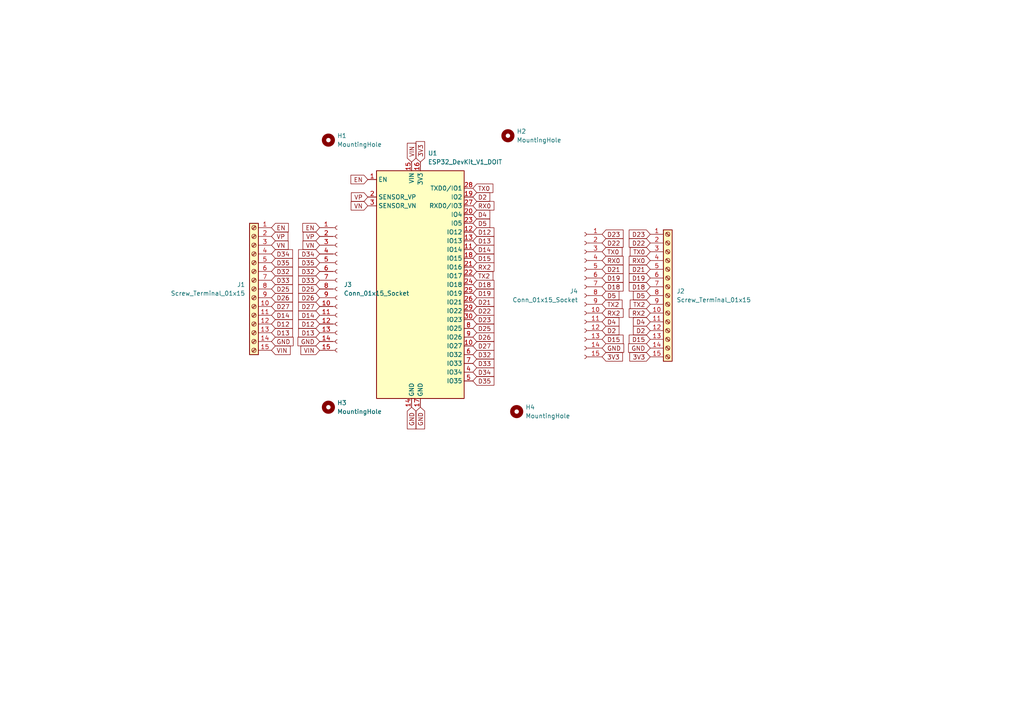
<source format=kicad_sch>
(kicad_sch (version 20230121) (generator eeschema)
  (paper "A4")
  (lib_symbols
    (symbol "Connector:Conn_01x15_Socket" (pin_names (offset 1.016) hide)
      (property "Reference" "J" (at 0 20.32 0))
      (property "Value" "Conn_01x15_Socket" (at 0 -20.32 0))
      (symbol "Conn_01x15_Socket_1_1"
        (arc (start 0 -17.272) (mid -0.5058 -17.78) (end 0 -18.288) (stroke (width 0.1524)))
        (arc (start 0 -14.732) (mid -0.5058 -15.24) (end 0 -15.748) (stroke (width 0.1524)))
        (arc (start 0 -12.192) (mid -0.5058 -12.7) (end 0 -13.208) (stroke (width 0.1524)))
        (arc (start 0 -9.652) (mid -0.5058 -10.16) (end 0 -10.668) (stroke (width 0.1524)))
        (arc (start 0 -7.112) (mid -0.5058 -7.62) (end 0 -8.128) (stroke (width 0.1524)))
        (arc (start 0 -4.572) (mid -0.5058 -5.08) (end 0 -5.588) (stroke (width 0.1524)))
        (arc (start 0 -2.032) (mid -0.5058 -2.54) (end 0 -3.048) (stroke (width 0.1524)))
        (polyline (pts (xy -1.27 -17.78) (xy -0.508 -17.78)) (stroke (width 0.1524)))
        (polyline (pts (xy -1.27 -15.24) (xy -0.508 -15.24)) (stroke (width 0.1524)))
        (polyline (pts (xy -1.27 -12.7) (xy -0.508 -12.7)) (stroke (width 0.1524)))
        (polyline (pts (xy -1.27 -10.16) (xy -0.508 -10.16)) (stroke (width 0.1524)))
        (polyline (pts (xy -1.27 -7.62) (xy -0.508 -7.62)) (stroke (width 0.1524)))
        (polyline (pts (xy -1.27 -5.08) (xy -0.508 -5.08)) (stroke (width 0.1524)))
        (polyline (pts (xy -1.27 -2.54) (xy -0.508 -2.54)) (stroke (width 0.1524)))
        (polyline (pts (xy -1.27 0) (xy -0.508 0)) (stroke (width 0.1524)))
        (polyline (pts (xy -1.27 2.54) (xy -0.508 2.54)) (stroke (width 0.1524)))
        (polyline (pts (xy -1.27 5.08) (xy -0.508 5.08)) (stroke (width 0.1524)))
        (polyline (pts (xy -1.27 7.62) (xy -0.508 7.62)) (stroke (width 0.1524)))
        (polyline (pts (xy -1.27 10.16) (xy -0.508 10.16)) (stroke (width 0.1524)))
        (polyline (pts (xy -1.27 12.7) (xy -0.508 12.7)) (stroke (width 0.1524)))
        (polyline (pts (xy -1.27 15.24) (xy -0.508 15.24)) (stroke (width 0.1524)))
        (polyline (pts (xy -1.27 17.78) (xy -0.508 17.78)) (stroke (width 0.1524)))
        (arc (start 0 0.508) (mid -0.5058 0) (end 0 -0.508) (stroke (width 0.1524)))
        (arc (start 0 3.048) (mid -0.5058 2.54) (end 0 2.032) (stroke (width 0.1524)))
        (arc (start 0 5.588) (mid -0.5058 5.08) (end 0 4.572) (stroke (width 0.1524)))
        (arc (start 0 8.128) (mid -0.5058 7.62) (end 0 7.112) (stroke (width 0.1524)))
        (arc (start 0 10.668) (mid -0.5058 10.16) (end 0 9.652) (stroke (width 0.1524)))
        (arc (start 0 13.208) (mid -0.5058 12.7) (end 0 12.192) (stroke (width 0.1524)))
        (arc (start 0 15.748) (mid -0.5058 15.24) (end 0 14.732) (stroke (width 0.1524)))
        (arc (start 0 18.288) (mid -0.5058 17.78) (end 0 17.272) (stroke (width 0.1524)))
        (pin passive line (at -5.08 17.78 0) (length 3.81) (name "Pin_1") (number "1"))
        (pin passive line (at -5.08 -5.08 0) (length 3.81) (name "Pin_10") (number "10"))
        (pin passive line (at -5.08 -7.62 0) (length 3.81) (name "Pin_11") (number "11"))
        (pin passive line (at -5.08 -10.16 0) (length 3.81) (name "Pin_12") (number "12"))
        (pin passive line (at -5.08 -12.7 0) (length 3.81) (name "Pin_13") (number "13"))
        (pin passive line (at -5.08 -15.24 0) (length 3.81) (name "Pin_14") (number "14"))
        (pin passive line (at -5.08 -17.78 0) (length 3.81) (name "Pin_15") (number "15"))
        (pin passive line (at -5.08 15.24 0) (length 3.81) (name "Pin_2") (number "2"))
        (pin passive line (at -5.08 12.7 0) (length 3.81) (name "Pin_3") (number "3"))
        (pin passive line (at -5.08 10.16 0) (length 3.81) (name "Pin_4") (number "4"))
        (pin passive line (at -5.08 7.62 0) (length 3.81) (name "Pin_5") (number "5"))
        (pin passive line (at -5.08 5.08 0) (length 3.81) (name "Pin_6") (number "6"))
        (pin passive line (at -5.08 2.54 0) (length 3.81) (name "Pin_7") (number "7"))
        (pin passive line (at -5.08 0 0) (length 3.81) (name "Pin_8") (number "8"))
        (pin passive line (at -5.08 -2.54 0) (length 3.81) (name "Pin_9") (number "9"))
      )
    )
    (symbol "Connector:Screw_Terminal_01x15" (pin_names (offset 1.016) hide)
      (property "Reference" "J" (at 0 20.32 0))
      (property "Value" "Screw_Terminal_01x15" (at 0 -20.32 0))
      (symbol "Screw_Terminal_01x15_1_1"
        (rectangle (start -1.27 19.05) (end 1.27 -19.05) (stroke (width 0.254)) (fill (type background)))
        (circle (center 0 -17.78) (radius 0.635) (stroke (width 0.1524)))
        (circle (center 0 -15.24) (radius 0.635) (stroke (width 0.1524)))
        (circle (center 0 -12.7) (radius 0.635) (stroke (width 0.1524)))
        (circle (center 0 -10.16) (radius 0.635) (stroke (width 0.1524)))
        (circle (center 0 -7.62) (radius 0.635) (stroke (width 0.1524)))
        (circle (center 0 -5.08) (radius 0.635) (stroke (width 0.1524)))
        (circle (center 0 -2.54) (radius 0.635) (stroke (width 0.1524)))
        (polyline (pts (xy -0.5334 -17.4498) (xy 0.3302 -18.288)) (stroke (width 0.1524)))
        (polyline (pts (xy -0.5334 -14.9098) (xy 0.3302 -15.748)) (stroke (width 0.1524)))
        (polyline (pts (xy -0.5334 -12.3698) (xy 0.3302 -13.208)) (stroke (width 0.1524)))
        (polyline (pts (xy -0.5334 -9.8298) (xy 0.3302 -10.668)) (stroke (width 0.1524)))
        (polyline (pts (xy -0.5334 -7.2898) (xy 0.3302 -8.128)) (stroke (width 0.1524)))
        (polyline (pts (xy -0.5334 -4.7498) (xy 0.3302 -5.588)) (stroke (width 0.1524)))
        (polyline (pts (xy -0.5334 -2.2098) (xy 0.3302 -3.048)) (stroke (width 0.1524)))
        (polyline (pts (xy -0.5334 0.3302) (xy 0.3302 -0.508)) (stroke (width 0.1524)))
        (polyline (pts (xy -0.5334 2.8702) (xy 0.3302 2.032)) (stroke (width 0.1524)))
        (polyline (pts (xy -0.5334 5.4102) (xy 0.3302 4.572)) (stroke (width 0.1524)))
        (polyline (pts (xy -0.5334 7.9502) (xy 0.3302 7.112)) (stroke (width 0.1524)))
        (polyline (pts (xy -0.5334 10.4902) (xy 0.3302 9.652)) (stroke (width 0.1524)))
        (polyline (pts (xy -0.5334 13.0302) (xy 0.3302 12.192)) (stroke (width 0.1524)))
        (polyline (pts (xy -0.5334 15.5702) (xy 0.3302 14.732)) (stroke (width 0.1524)))
        (polyline (pts (xy -0.5334 18.1102) (xy 0.3302 17.272)) (stroke (width 0.1524)))
        (polyline (pts (xy -0.3556 -17.272) (xy 0.508 -18.1102)) (stroke (width 0.1524)))
        (polyline (pts (xy -0.3556 -14.732) (xy 0.508 -15.5702)) (stroke (width 0.1524)))
        (polyline (pts (xy -0.3556 -12.192) (xy 0.508 -13.0302)) (stroke (width 0.1524)))
        (polyline (pts (xy -0.3556 -9.652) (xy 0.508 -10.4902)) (stroke (width 0.1524)))
        (polyline (pts (xy -0.3556 -7.112) (xy 0.508 -7.9502)) (stroke (width 0.1524)))
        (polyline (pts (xy -0.3556 -4.572) (xy 0.508 -5.4102)) (stroke (width 0.1524)))
        (polyline (pts (xy -0.3556 -2.032) (xy 0.508 -2.8702)) (stroke (width 0.1524)))
        (polyline (pts (xy -0.3556 0.508) (xy 0.508 -0.3302)) (stroke (width 0.1524)))
        (polyline (pts (xy -0.3556 3.048) (xy 0.508 2.2098)) (stroke (width 0.1524)))
        (polyline (pts (xy -0.3556 5.588) (xy 0.508 4.7498)) (stroke (width 0.1524)))
        (polyline (pts (xy -0.3556 8.128) (xy 0.508 7.2898)) (stroke (width 0.1524)))
        (polyline (pts (xy -0.3556 10.668) (xy 0.508 9.8298)) (stroke (width 0.1524)))
        (polyline (pts (xy -0.3556 13.208) (xy 0.508 12.3698)) (stroke (width 0.1524)))
        (polyline (pts (xy -0.3556 15.748) (xy 0.508 14.9098)) (stroke (width 0.1524)))
        (polyline (pts (xy -0.3556 18.288) (xy 0.508 17.4498)) (stroke (width 0.1524)))
        (circle (center 0 0) (radius 0.635) (stroke (width 0.1524)))
        (circle (center 0 2.54) (radius 0.635) (stroke (width 0.1524)))
        (circle (center 0 5.08) (radius 0.635) (stroke (width 0.1524)))
        (circle (center 0 7.62) (radius 0.635) (stroke (width 0.1524)))
        (circle (center 0 10.16) (radius 0.635) (stroke (width 0.1524)))
        (circle (center 0 12.7) (radius 0.635) (stroke (width 0.1524)))
        (circle (center 0 15.24) (radius 0.635) (stroke (width 0.1524)))
        (circle (center 0 17.78) (radius 0.635) (stroke (width 0.1524)))
        (pin passive line (at -5.08 17.78 0) (length 3.81) (name "Pin_1") (number "1"))
        (pin passive line (at -5.08 -5.08 0) (length 3.81) (name "Pin_10") (number "10"))
        (pin passive line (at -5.08 -7.62 0) (length 3.81) (name "Pin_11") (number "11"))
        (pin passive line (at -5.08 -10.16 0) (length 3.81) (name "Pin_12") (number "12"))
        (pin passive line (at -5.08 -12.7 0) (length 3.81) (name "Pin_13") (number "13"))
        (pin passive line (at -5.08 -15.24 0) (length 3.81) (name "Pin_14") (number "14"))
        (pin passive line (at -5.08 -17.78 0) (length 3.81) (name "Pin_15") (number "15"))
        (pin passive line (at -5.08 15.24 0) (length 3.81) (name "Pin_2") (number "2"))
        (pin passive line (at -5.08 12.7 0) (length 3.81) (name "Pin_3") (number "3"))
        (pin passive line (at -5.08 10.16 0) (length 3.81) (name "Pin_4") (number "4"))
        (pin passive line (at -5.08 7.62 0) (length 3.81) (name "Pin_5") (number "5"))
        (pin passive line (at -5.08 5.08 0) (length 3.81) (name "Pin_6") (number "6"))
        (pin passive line (at -5.08 2.54 0) (length 3.81) (name "Pin_7") (number "7"))
        (pin passive line (at -5.08 0 0) (length 3.81) (name "Pin_8") (number "8"))
        (pin passive line (at -5.08 -2.54 0) (length 3.81) (name "Pin_9") (number "9"))
      )
    )
    (symbol "Mechanical:MountingHole" (pin_names (offset 1.016))
      (property "Reference" "H" (at 0 5.08 0))
      (property "Value" "MountingHole" (at 0 3.175 0))
      (symbol "MountingHole_0_1"
        (circle (center 0 0) (radius 1.27) (stroke (width 1.27)))
      )
    )
    (symbol "esp32_devkit_v1_doit:ESP32_DevKit_V1_DOIT"
      (property "Reference" "U" (at -11.43 34.29 0))
      (property "Value" "ESP32_DevKit_V1_DOIT" (at 11.43 34.29 0))
      (symbol "ESP32_DevKit_V1_DOIT_1_1"
        (rectangle (start -12.7 33.02) (end 12.7 -33.02) (stroke (width 0.254)) (fill (type background)))
        (pin input line (at -15.24 30.48 0) (length 2.54) (name "EN") (number "1"))
        (pin bidirectional line (at 15.24 -17.78 180) (length 2.54) (name "IO27") (number "10"))
        (pin bidirectional line (at 15.24 10.16 180) (length 2.54) (name "IO14") (number "11"))
        (pin bidirectional line (at 15.24 15.24 180) (length 2.54) (name "IO12") (number "12"))
        (pin bidirectional line (at 15.24 12.7 180) (length 2.54) (name "IO13") (number "13"))
        (pin power_in line (at -2.54 -35.56 90) (length 2.54) (name "GND") (number "14"))
        (pin power_in line (at -2.54 35.56 270) (length 2.54) (name "VIN") (number "15"))
        (pin power_in line (at 0 35.56 270) (length 2.54) (name "3V3") (number "16"))
        (pin power_in line (at 0 -35.56 90) (length 2.54) (name "GND") (number "17"))
        (pin bidirectional line (at 15.24 7.62 180) (length 2.54) (name "IO15") (number "18"))
        (pin bidirectional line (at 15.24 25.4 180) (length 2.54) (name "IO2") (number "19"))
        (pin input line (at -15.24 25.4 0) (length 2.54) (name "SENSOR_VP") (number "2"))
        (pin bidirectional line (at 15.24 20.32 180) (length 2.54) (name "IO4") (number "20"))
        (pin bidirectional line (at 15.24 5.08 180) (length 2.54) (name "IO16") (number "21"))
        (pin bidirectional line (at 15.24 2.54 180) (length 2.54) (name "IO17") (number "22"))
        (pin bidirectional line (at 15.24 17.78 180) (length 2.54) (name "IO5") (number "23"))
        (pin bidirectional line (at 15.24 0 180) (length 2.54) (name "IO18") (number "24"))
        (pin bidirectional line (at 15.24 -2.54 180) (length 2.54) (name "IO19") (number "25"))
        (pin bidirectional line (at 15.24 -5.08 180) (length 2.54) (name "IO21") (number "26"))
        (pin bidirectional line (at 15.24 22.86 180) (length 2.54) (name "RXD0/IO3") (number "27"))
        (pin bidirectional line (at 15.24 27.94 180) (length 2.54) (name "TXD0/IO1") (number "28"))
        (pin bidirectional line (at 15.24 -7.62 180) (length 2.54) (name "IO22") (number "29"))
        (pin input line (at -15.24 22.86 0) (length 2.54) (name "SENSOR_VN") (number "3"))
        (pin bidirectional line (at 15.24 -10.16 180) (length 2.54) (name "IO23") (number "30"))
        (pin input line (at 15.24 -25.4 180) (length 2.54) (name "IO34") (number "4"))
        (pin input line (at 15.24 -27.94 180) (length 2.54) (name "IO35") (number "5"))
        (pin bidirectional line (at 15.24 -20.32 180) (length 2.54) (name "IO32") (number "6"))
        (pin bidirectional line (at 15.24 -22.86 180) (length 2.54) (name "IO33") (number "7"))
        (pin bidirectional line (at 15.24 -12.7 180) (length 2.54) (name "IO25") (number "8"))
        (pin bidirectional line (at 15.24 -15.24 180) (length 2.54) (name "IO26") (number "9"))
      )
    )
  )
  (global_label "D23" (shape input) (at 188.595 67.945 180) (property "Intersheetrefs" "${INTERSHEET_REFS}" (effects hide)))
  (global_label "TX2" (shape input) (at 188.595 88.265 180) (property "Intersheetrefs" "${INTERSHEET_REFS}" (effects hide)))
  (global_label "TX2" (shape input) (at 137.16 80.01 0) (property "Intersheetrefs" "${INTERSHEET_REFS}" (effects hide)))
  (global_label "D33" (shape input) (at 92.71 81.28 180) (property "Intersheetrefs" "${INTERSHEET_REFS}" (effects hide)))
  (global_label "D22" (shape input) (at 188.595 70.485 180) (property "Intersheetrefs" "${INTERSHEET_REFS}" (effects hide)))
  (global_label "GND" (shape input) (at 188.595 100.965 180) (property "Intersheetrefs" "${INTERSHEET_REFS}" (effects hide)))
  (global_label "D35" (shape input) (at 78.74 76.2 0) (property "Intersheetrefs" "${INTERSHEET_REFS}" (effects hide)))
  (global_label "D2" (shape input) (at 174.625 95.885 0) (property "Intersheetrefs" "${INTERSHEET_REFS}" (effects hide)))
  (global_label "TX0" (shape input) (at 137.16 54.61 0) (property "Intersheetrefs" "${INTERSHEET_REFS}" (effects hide)))
  (global_label "VN" (shape input) (at 92.71 71.12 180) (property "Intersheetrefs" "${INTERSHEET_REFS}" (effects hide)))
  (global_label "D26" (shape input) (at 137.16 97.79 0) (property "Intersheetrefs" "${INTERSHEET_REFS}" (effects hide)))
  (global_label "D12" (shape input) (at 92.71 93.98 180) (property "Intersheetrefs" "${INTERSHEET_REFS}" (effects hide)))
  (global_label "D21" (shape input) (at 137.16 87.63 0) (property "Intersheetrefs" "${INTERSHEET_REFS}" (effects hide)))
  (global_label "GND" (shape input) (at 121.92 118.11 270) (property "Intersheetrefs" "${INTERSHEET_REFS}" (effects hide)))
  (global_label "D15" (shape input) (at 137.16 74.93 0) (property "Intersheetrefs" "${INTERSHEET_REFS}" (effects hide)))
  (global_label "GND" (shape input) (at 119.38 118.11 270) (property "Intersheetrefs" "${INTERSHEET_REFS}" (effects hide)))
  (global_label "RX2" (shape input) (at 174.625 90.805 0) (property "Intersheetrefs" "${INTERSHEET_REFS}" (effects hide)))
  (global_label "D34" (shape input) (at 137.16 107.95 0) (property "Intersheetrefs" "${INTERSHEET_REFS}" (effects hide)))
  (global_label "D34" (shape input) (at 92.71 73.66 180) (property "Intersheetrefs" "${INTERSHEET_REFS}" (effects hide)))
  (global_label "D12" (shape input) (at 137.16 67.31 0) (property "Intersheetrefs" "${INTERSHEET_REFS}" (effects hide)))
  (global_label "D14" (shape input) (at 78.74 91.44 0) (property "Intersheetrefs" "${INTERSHEET_REFS}" (effects hide)))
  (global_label "GND" (shape input) (at 78.74 99.06 0) (property "Intersheetrefs" "${INTERSHEET_REFS}" (effects hide)))
  (global_label "D13" (shape input) (at 137.16 69.85 0) (property "Intersheetrefs" "${INTERSHEET_REFS}" (effects hide)))
  (global_label "RX0" (shape input) (at 188.595 75.565 180) (property "Intersheetrefs" "${INTERSHEET_REFS}" (effects hide)))
  (global_label "TX0" (shape input) (at 174.625 73.025 0) (property "Intersheetrefs" "${INTERSHEET_REFS}" (effects hide)))
  (global_label "D19" (shape input) (at 188.595 80.645 180) (property "Intersheetrefs" "${INTERSHEET_REFS}" (effects hide)))
  (global_label "D27" (shape input) (at 92.71 88.9 180) (property "Intersheetrefs" "${INTERSHEET_REFS}" (effects hide)))
  (global_label "D33" (shape input) (at 78.74 81.28 0) (property "Intersheetrefs" "${INTERSHEET_REFS}" (effects hide)))
  (global_label "VN" (shape input) (at 78.74 71.12 0) (property "Intersheetrefs" "${INTERSHEET_REFS}" (effects hide)))
  (global_label "TX0" (shape input) (at 188.595 73.025 180) (property "Intersheetrefs" "${INTERSHEET_REFS}" (effects hide)))
  (global_label "D32" (shape input) (at 78.74 78.74 0) (property "Intersheetrefs" "${INTERSHEET_REFS}" (effects hide)))
  (global_label "D4" (shape input) (at 188.595 93.345 180) (property "Intersheetrefs" "${INTERSHEET_REFS}" (effects hide)))
  (global_label "D5" (shape input) (at 188.595 85.725 180) (property "Intersheetrefs" "${INTERSHEET_REFS}" (effects hide)))
  (global_label "D22" (shape input) (at 137.16 90.17 0) (property "Intersheetrefs" "${INTERSHEET_REFS}" (effects hide)))
  (global_label "EN" (shape input) (at 78.74 66.04 0) (property "Intersheetrefs" "${INTERSHEET_REFS}" (effects hide)))
  (global_label "D4" (shape input) (at 137.16 62.23 0) (property "Intersheetrefs" "${INTERSHEET_REFS}" (effects hide)))
  (global_label "D26" (shape input) (at 78.74 86.36 0) (property "Intersheetrefs" "${INTERSHEET_REFS}" (effects hide)))
  (global_label "VIN" (shape input) (at 92.71 101.6 180) (property "Intersheetrefs" "${INTERSHEET_REFS}" (effects hide)))
  (global_label "D18" (shape input) (at 137.16 82.55 0) (property "Intersheetrefs" "${INTERSHEET_REFS}" (effects hide)))
  (global_label "3V3" (shape input) (at 188.595 103.505 180) (property "Intersheetrefs" "${INTERSHEET_REFS}" (effects hide)))
  (global_label "D19" (shape input) (at 174.625 80.645 0) (property "Intersheetrefs" "${INTERSHEET_REFS}" (effects hide)))
  (global_label "D5" (shape input) (at 174.625 85.725 0) (property "Intersheetrefs" "${INTERSHEET_REFS}" (effects hide)))
  (global_label "D12" (shape input) (at 78.74 93.98 0) (property "Intersheetrefs" "${INTERSHEET_REFS}" (effects hide)))
  (global_label "VIN" (shape input) (at 119.38 46.99 90) (property "Intersheetrefs" "${INTERSHEET_REFS}" (effects hide)))
  (global_label "RX0" (shape input) (at 174.625 75.565 0) (property "Intersheetrefs" "${INTERSHEET_REFS}" (effects hide)))
  (global_label "D25" (shape input) (at 78.74 83.82 0) (property "Intersheetrefs" "${INTERSHEET_REFS}" (effects hide)))
  (global_label "D15" (shape input) (at 174.625 98.425 0) (property "Intersheetrefs" "${INTERSHEET_REFS}" (effects hide)))
  (global_label "D27" (shape input) (at 137.16 100.33 0) (property "Intersheetrefs" "${INTERSHEET_REFS}" (effects hide)))
  (global_label "D18" (shape input) (at 174.625 83.185 0) (property "Intersheetrefs" "${INTERSHEET_REFS}" (effects hide)))
  (global_label "D23" (shape input) (at 174.625 67.945 0) (property "Intersheetrefs" "${INTERSHEET_REFS}" (effects hide)))
  (global_label "D22" (shape input) (at 174.625 70.485 0) (property "Intersheetrefs" "${INTERSHEET_REFS}" (effects hide)))
  (global_label "D5" (shape input) (at 137.16 64.77 0) (property "Intersheetrefs" "${INTERSHEET_REFS}" (effects hide)))
  (global_label "GND" (shape input) (at 92.71 99.06 180) (property "Intersheetrefs" "${INTERSHEET_REFS}" (effects hide)))
  (global_label "D33" (shape input) (at 137.16 105.41 0) (property "Intersheetrefs" "${INTERSHEET_REFS}" (effects hide)))
  (global_label "D2" (shape input) (at 188.595 95.885 180) (property "Intersheetrefs" "${INTERSHEET_REFS}" (effects hide)))
  (global_label "VP" (shape input) (at 92.71 68.58 180) (property "Intersheetrefs" "${INTERSHEET_REFS}" (effects hide)))
  (global_label "D26" (shape input) (at 92.71 86.36 180) (property "Intersheetrefs" "${INTERSHEET_REFS}" (effects hide)))
  (global_label "D21" (shape input) (at 188.595 78.105 180) (property "Intersheetrefs" "${INTERSHEET_REFS}" (effects hide)))
  (global_label "D18" (shape input) (at 188.595 83.185 180) (property "Intersheetrefs" "${INTERSHEET_REFS}" (effects hide)))
  (global_label "RX2" (shape input) (at 188.595 90.805 180) (property "Intersheetrefs" "${INTERSHEET_REFS}" (effects hide)))
  (global_label "D34" (shape input) (at 78.74 73.66 0) (property "Intersheetrefs" "${INTERSHEET_REFS}" (effects hide)))
  (global_label "D14" (shape input) (at 137.16 72.39 0) (property "Intersheetrefs" "${INTERSHEET_REFS}" (effects hide)))
  (global_label "TX2" (shape input) (at 174.625 88.265 0) (property "Intersheetrefs" "${INTERSHEET_REFS}" (effects hide)))
  (global_label "D25" (shape input) (at 92.71 83.82 180) (property "Intersheetrefs" "${INTERSHEET_REFS}" (effects hide)))
  (global_label "VP" (shape input) (at 78.74 68.58 0) (property "Intersheetrefs" "${INTERSHEET_REFS}" (effects hide)))
  (global_label "D32" (shape input) (at 92.71 78.74 180) (property "Intersheetrefs" "${INTERSHEET_REFS}" (effects hide)))
  (global_label "VP" (shape input) (at 106.68 57.15 180) (property "Intersheetrefs" "${INTERSHEET_REFS}" (effects hide)))
  (global_label "D25" (shape input) (at 137.16 95.25 0) (property "Intersheetrefs" "${INTERSHEET_REFS}" (effects hide)))
  (global_label "D4" (shape input) (at 174.625 93.345 0) (property "Intersheetrefs" "${INTERSHEET_REFS}" (effects hide)))
  (global_label "RX0" (shape input) (at 137.16 59.69 0) (property "Intersheetrefs" "${INTERSHEET_REFS}" (effects hide)))
  (global_label "D13" (shape input) (at 92.71 96.52 180) (property "Intersheetrefs" "${INTERSHEET_REFS}" (effects hide)))
  (global_label "D14" (shape input) (at 92.71 91.44 180) (property "Intersheetrefs" "${INTERSHEET_REFS}" (effects hide)))
  (global_label "D27" (shape input) (at 78.74 88.9 0) (property "Intersheetrefs" "${INTERSHEET_REFS}" (effects hide)))
  (global_label "GND" (shape input) (at 174.625 100.965 0) (property "Intersheetrefs" "${INTERSHEET_REFS}" (effects hide)))
  (global_label "VN" (shape input) (at 106.68 59.69 180) (property "Intersheetrefs" "${INTERSHEET_REFS}" (effects hide)))
  (global_label "D35" (shape input) (at 92.71 76.2 180) (property "Intersheetrefs" "${INTERSHEET_REFS}" (effects hide)))
  (global_label "3V3" (shape input) (at 174.625 103.505 0) (property "Intersheetrefs" "${INTERSHEET_REFS}" (effects hide)))
  (global_label "3V3" (shape input) (at 121.92 46.99 90) (property "Intersheetrefs" "${INTERSHEET_REFS}" (effects hide)))
  (global_label "D15" (shape input) (at 188.595 98.425 180) (property "Intersheetrefs" "${INTERSHEET_REFS}" (effects hide)))
  (global_label "D32" (shape input) (at 137.16 102.87 0) (property "Intersheetrefs" "${INTERSHEET_REFS}" (effects hide)))
  (global_label "D19" (shape input) (at 137.16 85.09 0) (property "Intersheetrefs" "${INTERSHEET_REFS}" (effects hide)))
  (global_label "D23" (shape input) (at 137.16 92.71 0) (property "Intersheetrefs" "${INTERSHEET_REFS}" (effects hide)))
  (global_label "D2" (shape input) (at 137.16 57.15 0) (property "Intersheetrefs" "${INTERSHEET_REFS}" (effects hide)))
  (global_label "D21" (shape input) (at 174.625 78.105 0) (property "Intersheetrefs" "${INTERSHEET_REFS}" (effects hide)))
  (global_label "D13" (shape input) (at 78.74 96.52 0) (property "Intersheetrefs" "${INTERSHEET_REFS}" (effects hide)))
  (global_label "D35" (shape input) (at 137.16 110.49 0) (property "Intersheetrefs" "${INTERSHEET_REFS}" (effects hide)))
  (global_label "EN" (shape input) (at 106.68 52.07 180) (property "Intersheetrefs" "${INTERSHEET_REFS}" (effects hide)))
  (global_label "RX2" (shape input) (at 137.16 77.47 0) (property "Intersheetrefs" "${INTERSHEET_REFS}" (effects hide)))
  (global_label "VIN" (shape input) (at 78.74 101.6 0) (property "Intersheetrefs" "${INTERSHEET_REFS}" (effects hide)))
  (global_label "EN" (shape input) (at 92.71 66.04 180) (property "Intersheetrefs" "${INTERSHEET_REFS}" (effects hide)))
  (symbol (lib_id "Mechanical:MountingHole") (at 95.25 118.11 0) (unit 1)
    (property "Reference" "H3" (at 97.79 116.84 0) (effects (justify left)))
    (property "Value" "MountingHole" (at 97.79 119.38 0) (effects (justify left)))
    (property "Footprint" "MountingHole:MountingHole_3.2mm_M3_Pad_Via" (effects hide))
  )
  (symbol (lib_id "Connector:Conn_01x15_Socket") (at 169.545 85.725 0) (mirror y) (unit 1)
    (property "Reference" "J4" (at 167.64 84.455 0) (effects (justify left)))
    (property "Value" "Conn_01x15_Socket" (at 167.64 86.995 0) (effects (justify left)))
    (property "Footprint" "Connector_PinHeader_2.54mm:PinHeader_1x15_P2.54mm_Vertical" (effects hide))
  )
  (symbol (lib_id "Mechanical:MountingHole") (at 149.86 119.38 0) (unit 1)
    (property "Reference" "H4" (at 152.4 118.11 0) (effects (justify left)))
    (property "Value" "MountingHole" (at 152.4 120.65 0) (effects (justify left)))
    (property "Footprint" "MountingHole:MountingHole_3.2mm_M3_Pad_Via" (effects hide))
  )
  (symbol (lib_id "Connector:Conn_01x15_Socket") (at 97.79 83.82 0) (unit 1)
    (property "Reference" "J3" (at 99.695 82.55 0) (effects (justify left)))
    (property "Value" "Conn_01x15_Socket" (at 99.695 85.09 0) (effects (justify left)))
    (property "Footprint" "Connector_PinHeader_2.54mm:PinHeader_1x15_P2.54mm_Vertical" (effects hide))
  )
  (symbol (lib_id "Connector:Screw_Terminal_01x15") (at 73.66 83.82 0) (mirror y) (unit 1)
    (property "Reference" "J1" (at 71.12 82.55 0) (effects (justify left)))
    (property "Value" "Screw_Terminal_01x15" (at 71.12 85.09 0) (effects (justify left)))
    (property "Footprint" "TerminalBlock_4Ucon:TerminalBlock_4Ucon_1x15_P3.50mm_Horizontal" (effects hide))
  )
  (symbol (lib_id "Connector:Screw_Terminal_01x15") (at 193.675 85.725 0) (unit 1)
    (property "Reference" "J2" (at 196.215 84.455 0) (effects (justify left)))
    (property "Value" "Screw_Terminal_01x15" (at 196.215 86.995 0) (effects (justify left)))
    (property "Footprint" "TerminalBlock_4Ucon:TerminalBlock_4Ucon_1x15_P3.50mm_Horizontal" (effects hide))
  )
  (symbol (lib_id "esp32_devkit_v1_doit:ESP32_DevKit_V1_DOIT") (at 121.92 82.55 0) (unit 1)
    (property "Reference" "U1" (at 124.1141 44.45 0) (effects (justify left)))
    (property "Value" "ESP32_DevKit_V1_DOIT" (at 124.1141 46.99 0) (effects (justify left)))
    (property "Footprint" "esp32_devkit_v1_doit:esp32_devkit_v1_doit" (effects hide))
    (property "Datasheet" "https://aliexpress.com/item/32864722159.html" (effects hide))
  )
  (symbol (lib_id "Mechanical:MountingHole") (at 147.32 39.37 0) (unit 1)
    (property "Reference" "H2" (at 149.86 38.1 0) (effects (justify left)))
    (property "Value" "MountingHole" (at 149.86 40.64 0) (effects (justify left)))
    (property "Footprint" "MountingHole:MountingHole_3.2mm_M3_Pad_Via" (effects hide))
  )
  (symbol (lib_id "Mechanical:MountingHole") (at 95.25 40.64 0) (unit 1)
    (property "Reference" "H1" (at 97.79 39.37 0) (effects (justify left)))
    (property "Value" "MountingHole" (at 97.79 41.91 0) (effects (justify left)))
    (property "Footprint" "MountingHole:MountingHole_3.2mm_M3_Pad_Via" (effects hide))
  )
)
</source>
